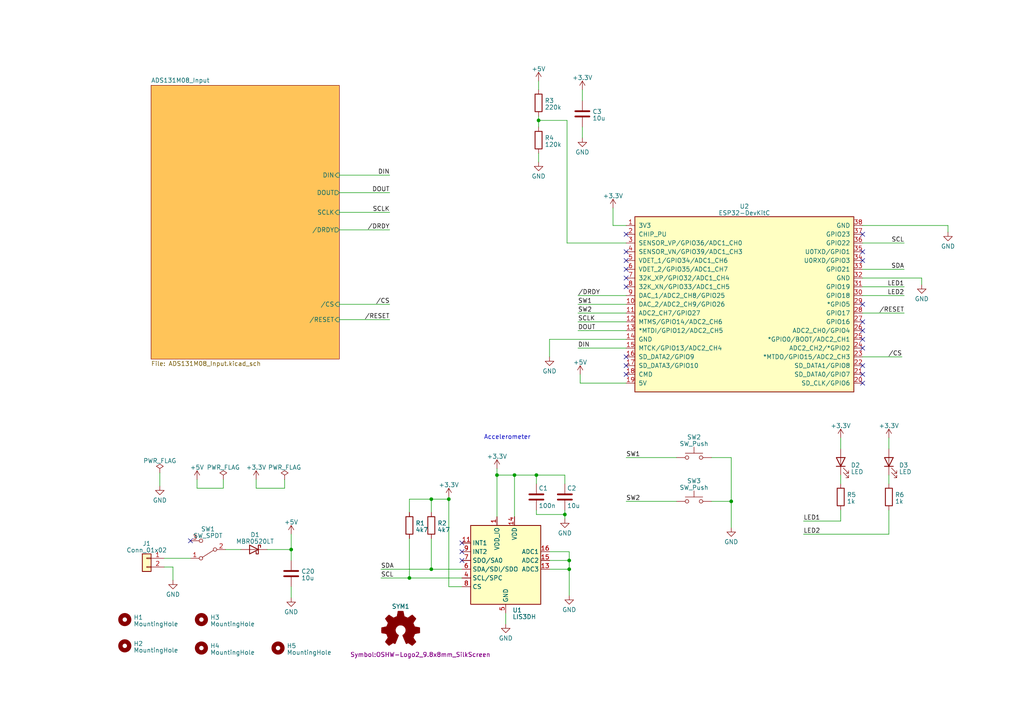
<source format=kicad_sch>
(kicad_sch (version 20230121) (generator eeschema)
  (paper "A4")
  (lib_symbols
    (symbol "Connector_Generic:Conn_01x02" (pin_names (offset 1.016) hide)
      (property "Reference" "J" (at 0 2.54 0))
      (property "Value" "Conn_01x02" (at 0 -5.08 0))
      (symbol "Conn_01x02_1_1"
        (rectangle (start -1.27 -2.413) (end 0 -2.667) (stroke (width 0.1524)))
        (rectangle (start -1.27 0.127) (end 0 -0.127) (stroke (width 0.1524)))
        (rectangle (start -1.27 1.27) (end 1.27 -3.81) (stroke (width 0.254)) (fill (type background)))
        (pin passive line (at -5.08 0 0) (length 3.81) (name "Pin_1") (number "1"))
        (pin passive line (at -5.08 -2.54 0) (length 3.81) (name "Pin_2") (number "2"))
      )
    )
    (symbol "Device:C" (pin_numbers hide) (pin_names (offset 0.254))
      (property "Reference" "C" (at 0.635 2.54 0))
      (property "Value" "C" (at 0.635 -2.54 0))
      (symbol "C_0_1"
        (polyline (pts (xy -2.032 -0.762) (xy 2.032 -0.762)) (stroke (width 0.508)))
        (polyline (pts (xy -2.032 0.762) (xy 2.032 0.762)) (stroke (width 0.508)))
      )
      (symbol "C_1_1"
        (pin passive line (at 0 3.81 270) (length 2.794) (name "~") (number "1"))
        (pin passive line (at 0 -3.81 90) (length 2.794) (name "~") (number "2"))
      )
    )
    (symbol "Device:LED" (pin_numbers hide) (pin_names (offset 1.016) hide)
      (property "Reference" "D" (at 0 2.54 0))
      (property "Value" "LED" (at 0 -2.54 0))
      (symbol "LED_0_1"
        (polyline (pts (xy -1.27 -1.27) (xy -1.27 1.27)) (stroke (width 0.254)))
        (polyline (pts (xy -1.27 0) (xy 1.27 0)))
        (polyline (pts (xy 1.27 -1.27) (xy 1.27 1.27) (xy -1.27 0) (xy 1.27 -1.27)) (stroke (width 0.254)))
        (polyline (pts (xy -3.048 -0.762) (xy -4.572 -2.286) (xy -3.81 -2.286) (xy -4.572 -2.286) (xy -4.572 -1.524)))
        (polyline (pts (xy -1.778 -0.762) (xy -3.302 -2.286) (xy -2.54 -2.286) (xy -3.302 -2.286) (xy -3.302 -1.524)))
      )
      (symbol "LED_1_1"
        (pin passive line (at -3.81 0 0) (length 2.54) (name "K") (number "1"))
        (pin passive line (at 3.81 0 180) (length 2.54) (name "A") (number "2"))
      )
    )
    (symbol "Device:R" (pin_numbers hide) (pin_names (offset 0))
      (property "Reference" "R" (at 2.032 0 90))
      (property "Value" "R" (at 0 0 90))
      (symbol "R_0_1"
        (rectangle (start -1.016 -2.54) (end 1.016 2.54) (stroke (width 0.254)))
      )
      (symbol "R_1_1"
        (pin passive line (at 0 3.81 270) (length 1.27) (name "~") (number "1"))
        (pin passive line (at 0 -3.81 90) (length 1.27) (name "~") (number "2"))
      )
    )
    (symbol "Diode:MBR0520LT" (pin_numbers hide) (pin_names (offset 1.016) hide)
      (property "Reference" "D" (at 0 2.54 0))
      (property "Value" "MBR0520LT" (at 0 -2.54 0))
      (symbol "MBR0520LT_0_1"
        (polyline (pts (xy 1.27 0) (xy -1.27 0)))
        (polyline (pts (xy 1.27 1.27) (xy 1.27 -1.27) (xy -1.27 0) (xy 1.27 1.27)) (stroke (width 0.254)))
        (polyline (pts (xy -1.905 0.635) (xy -1.905 1.27) (xy -1.27 1.27) (xy -1.27 -1.27) (xy -0.635 -1.27) (xy -0.635 -0.635)) (stroke (width 0.254)))
      )
      (symbol "MBR0520LT_1_1"
        (pin passive line (at -3.81 0 0) (length 2.54) (name "K") (number "1"))
        (pin passive line (at 3.81 0 180) (length 2.54) (name "A") (number "2"))
      )
    )
    (symbol "Espressif:ESP32-DevKitC" (pin_names (offset 1.016))
      (property "Reference" "U" (at -30.48 30.48 0))
      (property "Value" "ESP32-DevKitC" (at -30.48 27.94 0))
      (symbol "ESP32-DevKitC_0_0"
        (pin power_in line (at -33.02 -10.16 0) (length 2.54) (name "GND") (number "14"))
        (pin power_in line (at -33.02 -22.86 0) (length 2.54) (name "5V") (number "19"))
      )
      (symbol "ESP32-DevKitC_0_1"
        (rectangle (start -30.48 25.4) (end 33.02 -25.4) (stroke (width 0.254)) (fill (type background)))
      )
      (symbol "ESP32-DevKitC_1_1"
        (pin power_in line (at -33.02 22.86 0) (length 2.54) (name "3V3") (number "1"))
        (pin bidirectional line (at -33.02 0 0) (length 2.54) (name "DAC_2/ADC2_CH9/GPIO26") (number "10"))
        (pin bidirectional line (at -33.02 -2.54 0) (length 2.54) (name "ADC2_CH7/GPIO27") (number "11"))
        (pin bidirectional line (at -33.02 -5.08 0) (length 2.54) (name "MTMS/GPIO14/ADC2_CH6") (number "12"))
        (pin bidirectional line (at -33.02 -7.62 0) (length 2.54) (name "*MTDI/GPIO12/ADC2_CH5") (number "13"))
        (pin bidirectional line (at -33.02 -12.7 0) (length 2.54) (name "MTCK/GPIO13/ADC2_CH4") (number "15"))
        (pin bidirectional line (at -33.02 -15.24 0) (length 2.54) (name "SD_DATA2/GPIO9") (number "16"))
        (pin bidirectional line (at -33.02 -17.78 0) (length 2.54) (name "SD_DATA3/GPIO10") (number "17"))
        (pin bidirectional line (at -33.02 -20.32 0) (length 2.54) (name "CMD") (number "18"))
        (pin input line (at -33.02 20.32 0) (length 2.54) (name "CHIP_PU") (number "2"))
        (pin bidirectional line (at 35.56 -22.86 180) (length 2.54) (name "SD_CLK/GPIO6") (number "20"))
        (pin bidirectional line (at 35.56 -20.32 180) (length 2.54) (name "SD_DATA0/GPIO7") (number "21"))
        (pin bidirectional line (at 35.56 -17.78 180) (length 2.54) (name "SD_DATA1/GPIO8") (number "22"))
        (pin bidirectional line (at 35.56 -15.24 180) (length 2.54) (name "*MTDO/GPIO15/ADC2_CH3") (number "23"))
        (pin bidirectional line (at 35.56 -12.7 180) (length 2.54) (name "ADC2_CH2/*GPIO2") (number "24"))
        (pin bidirectional line (at 35.56 -10.16 180) (length 2.54) (name "*GPIO0/BOOT/ADC2_CH1") (number "25"))
        (pin bidirectional line (at 35.56 -7.62 180) (length 2.54) (name "ADC2_CH0/GPIO4") (number "26"))
        (pin bidirectional line (at 35.56 -5.08 180) (length 2.54) (name "GPIO16") (number "27"))
        (pin bidirectional line (at 35.56 -2.54 180) (length 2.54) (name "GPIO17") (number "28"))
        (pin bidirectional line (at 35.56 0 180) (length 2.54) (name "*GPIO5") (number "29"))
        (pin input line (at -33.02 17.78 0) (length 2.54) (name "SENSOR_VP/GPIO36/ADC1_CH0") (number "3"))
        (pin bidirectional line (at 35.56 2.54 180) (length 2.54) (name "GPIO18") (number "30"))
        (pin bidirectional line (at 35.56 5.08 180) (length 2.54) (name "GPIO19") (number "31"))
        (pin power_in line (at 35.56 7.62 180) (length 2.54) (name "GND") (number "32"))
        (pin bidirectional line (at 35.56 10.16 180) (length 2.54) (name "GPIO21") (number "33"))
        (pin bidirectional line (at 35.56 12.7 180) (length 2.54) (name "U0RXD/GPIO3") (number "34"))
        (pin bidirectional line (at 35.56 15.24 180) (length 2.54) (name "U0TXD/GPIO1") (number "35"))
        (pin bidirectional line (at 35.56 17.78 180) (length 2.54) (name "GPIO22") (number "36"))
        (pin bidirectional line (at 35.56 20.32 180) (length 2.54) (name "GPIO23") (number "37"))
        (pin power_in line (at 35.56 22.86 180) (length 2.54) (name "GND") (number "38"))
        (pin input line (at -33.02 15.24 0) (length 2.54) (name "SENSOR_VN/GPIO39/ADC1_CH3") (number "4"))
        (pin input line (at -33.02 12.7 0) (length 2.54) (name "VDET_1/GPIO34/ADC1_CH6") (number "5"))
        (pin input line (at -33.02 10.16 0) (length 2.54) (name "VDET_2/GPIO35/ADC1_CH7") (number "6"))
        (pin bidirectional line (at -33.02 7.62 0) (length 2.54) (name "32K_XP/GPIO32/ADC1_CH4") (number "7"))
        (pin bidirectional line (at -33.02 5.08 0) (length 2.54) (name "32K_XN/GPIO33/ADC1_CH5") (number "8"))
        (pin bidirectional line (at -33.02 2.54 0) (length 2.54) (name "DAC_1/ADC2_CH8/GPIO25") (number "9"))
      )
    )
    (symbol "Graphic:Logo_Open_Hardware_Small" (in_bom no) (on_board no)
      (symbol "Logo_Open_Hardware_Small_0_1"
        (polyline (pts (xy 3.3528 -4.3434) (xy 3.302 -4.318) (xy 3.175 -4.2418) (xy 2.9972 -4.1148) (xy 2.7686 -3.9624) (xy 2.54 -3.81) (xy 2.3622 -3.7084) (xy 2.2352 -3.6068) (xy 2.1844 -3.5814) (xy 2.159 -3.6068) (xy 2.0574 -3.6576) (xy 1.905 -3.7338) (xy 1.8034 -3.7846) (xy 1.6764 -3.8354) (xy 1.6002 -3.8354) (xy 1.6002 -3.8354) (xy 1.5494 -3.7338) (xy 1.4732 -3.5306) (xy 1.3462 -3.302) (xy 1.2446 -3.0226) (xy 1.1176 -2.7178) (xy 0.9652 -2.413) (xy 0.8636 -2.1082) (xy 0.7366 -1.8288) (xy 0.6604 -1.6256) (xy 0.6096 -1.4732) (xy 0.5842 -1.397) (xy 0.5842 -1.397) (xy 0.6604 -1.3208) (xy 0.7874 -1.2446) (xy 1.0414 -1.016) (xy 1.2954 -0.6858) (xy 1.4478 -0.3302) (xy 1.524 0.0762) (xy 1.4732 0.4572) (xy 1.3208 0.8128) (xy 1.0668 1.143) (xy 0.762 1.3716) (xy 0.4064 1.524) (xy 0 1.5748) (xy -0.381 1.5494) (xy -0.7366 1.397) (xy -1.0668 1.143) (xy -1.2192 0.9906) (xy -1.397 0.6604) (xy -1.524 0.3048) (xy -1.524 0.2286) (xy -1.4986 -0.1778) (xy -1.397 -0.5334) (xy -1.1938 -0.8636) (xy -0.9144 -1.143) (xy -0.8636 -1.1684) (xy -0.7366 -1.27) (xy -0.635 -1.3462) (xy -0.5842 -1.397) (xy -1.0668 -2.5908) (xy -1.143 -2.794) (xy -1.2954 -3.1242) (xy -1.397 -3.4036) (xy -1.4986 -3.6322) (xy -1.5748 -3.7846) (xy -1.6002 -3.8354) (xy -1.6002 -3.8354) (xy -1.651 -3.8354) (xy -1.7272 -3.81) (xy -1.905 -3.7338) (xy -2.0066 -3.683) (xy -2.1336 -3.6068) (xy -2.2098 -3.5814) (xy -2.2606 -3.6068) (xy -2.3622 -3.683) (xy -2.54 -3.81) (xy -2.7686 -3.9624) (xy -2.9718 -4.0894) (xy -3.1496 -4.2164) (xy -3.302 -4.318) (xy -3.3528 -4.3434) (xy -3.3782 -4.3434) (xy -3.429 -4.318) (xy -3.5306 -4.2164) (xy -3.7084 -4.064) (xy -3.937 -3.8354) (xy -3.9624 -3.81) (xy -4.1656 -3.6068) (xy -4.318 -3.4544) (xy -4.4196 -3.3274) (xy -4.445 -3.2766) (xy -4.445 -3.2766) (xy -4.4196 -3.2258) (xy -4.318 -3.0734) (xy -4.2164 -2.8956) (xy -4.064 -2.667) (xy -3.6576 -2.0828) (xy -3.8862 -1.5494) (xy -3.937 -1.3716) (xy -4.0386 -1.1684) (xy -4.0894 -1.0414) (xy -4.1148 -0.9652) (xy -4.191 -0.9398) (xy -4.318 -0.9144) (xy -4.5466 -0.8636) (xy -4.8006 -0.8128) (xy -5.0546 -0.7874) (xy -5.2578 -0.7366) (xy -5.4356 -0.7112) (xy -5.5118 -0.6858) (xy -5.5118 -0.6858) (xy -5.5372 -0.635) (xy -5.5372 -0.5588) (xy -5.5372 -0.4318) (xy -5.5626 -0.2286) (xy -5.5626 0.0762) (xy -5.5626 0.127) (xy -5.5372 0.4064) (xy -5.5372 0.635) (xy -5.5372 0.762) (xy -5.5372 0.8382) (xy -5.5372 0.8382) (xy -5.461 0.8382) (xy -5.3086 0.889) (xy -5.08 0.9144) (xy -4.826 0.9652) (xy -4.8006 0.9906) (xy -4.5466 1.0414) (xy -4.318 1.0668) (xy -4.1656 1.1176) (xy -4.0894 1.143) (xy -4.0894 1.143) (xy -4.0386 1.2446) (xy -3.9624 1.4224) (xy -3.8608 1.6256) (xy -3.7846 1.8288) (xy -3.7084 2.0066) (xy -3.6576 2.159) (xy -3.6322 2.2098) (xy -3.6322 2.2098) (xy -3.683 2.286) (xy -3.7592 2.413) (xy -3.8862 2.5908) (xy -4.064 2.8194) (xy -4.064 2.8448) (xy -4.2164 3.0734) (xy -4.3434 3.2512) (xy -4.4196 3.3782) (xy -4.445 3.4544) (xy -4.445 3.4544) (xy -4.3942 3.5052) (xy -4.2926 3.6322) (xy -4.1148 3.81) (xy -3.937 4.0132) (xy -3.8608 4.064) (xy -3.6576 4.2926) (xy -3.5052 4.4196) (xy -3.4036 4.4958) (xy -3.3528 4.5212) (xy -3.3528 4.5212) (xy -3.302 4.4704) (xy -3.1496 4.3688) (xy -2.9718 4.2418) (xy -2.7432 4.0894) (xy -2.7178 4.0894) (xy -2.4892 3.937) (xy -2.3114 3.81) (xy -2.1844 3.7084) (xy -2.1336 3.683) (xy -2.1082 3.683) (xy -2.032 3.7084) (xy -1.8542 3.7592) (xy -1.6764 3.8354) (xy -1.4732 3.937) (xy -1.27 4.0132) (xy -1.143 4.064) (xy -1.0668 4.1148) (xy -1.0668 4.1148) (xy -1.0414 4.191) (xy -1.016 4.3434) (xy -0.9652 4.572) (xy -0.9144 4.8514) (xy -0.889 4.9022) (xy -0.8382 5.1562) (xy -0.8128 5.3848) (xy -0.7874 5.5372) (xy -0.762 5.588) (xy -0.7112 5.6134) (xy -0.5842 5.6134) (xy -0.4064 5.6134) (xy -0.1524 5.6134) (xy 0.0762 5.6134) (xy 0.3302 5.6134) (xy 0.5334 5.6134) (xy 0.6858 5.588) (xy 0.7366 5.588) (xy 0.7366 5.588) (xy 0.762 5.5118) (xy 0.8128 5.334) (xy 0.8382 5.1054) (xy 0.9144 4.826) (xy 0.9144 4.7752) (xy 0.9652 4.5212) (xy 1.016 4.2926) (xy 1.0414 4.1402) (xy 1.0668 4.0894) (xy 1.0668 4.0894) (xy 1.1938 4.0386) (xy 1.3716 3.9624) (xy 1.5748 3.8608) (xy 2.0828 3.6576) (xy 2.7178 4.0894) (xy 2.7686 4.1402) (xy 2.9972 4.2926) (xy 3.175 4.4196) (xy 3.302 4.4958) (xy 3.3782 4.5212) (xy 3.3782 4.5212) (xy 3.429 4.4704) (xy 3.556 4.3434) (xy 3.7338 4.191) (xy 3.9116 3.9878) (xy 4.064 3.8354) (xy 4.2418 3.6576) (xy 4.3434 3.556) (xy 4.4196 3.4798) (xy 4.4196 3.429) (xy 4.4196 3.4036) (xy 4.3942 3.3274) (xy 4.2926 3.2004) (xy 4.1656 2.9972) (xy 4.0132 2.794) (xy 3.8862 2.5908) (xy 3.7592 2.3876) (xy 3.6576 2.2352) (xy 3.6322 2.159) (xy 3.6322 2.1336) (xy 3.683 2.0066) (xy 3.7592 1.8288) (xy 3.8608 1.6002) (xy 4.064 1.1176) (xy 4.3942 1.0414) (xy 4.5974 1.016) (xy 4.8768 0.9652) (xy 5.1308 0.9144) (xy 5.5372 0.8382) (xy 5.5626 -0.6604) (xy 5.4864 -0.6858) (xy 5.4356 -0.6858) (xy 5.2832 -0.7366) (xy 5.0546 -0.762) (xy 4.8006 -0.8128) (xy 4.5974 -0.8636) (xy 4.3688 -0.9144) (xy 4.2164 -0.9398) (xy 4.1402 -0.9398) (xy 4.1148 -0.9652) (xy 4.064 -1.0668) (xy 3.9878 -1.2446) (xy 3.9116 -1.4478) (xy 3.81 -1.651) (xy 3.7338 -1.8542) (xy 3.683 -2.0066) (xy 3.6576 -2.0828) (xy 3.683 -2.1336) (xy 3.7846 -2.2606) (xy 3.8862 -2.4638) (xy 4.0386 -2.667) (xy 4.191 -2.8956) (xy 4.318 -3.0734) (xy 4.3942 -3.2004) (xy 4.445 -3.2766) (xy 4.4196 -3.3274) (xy 4.3434 -3.429) (xy 4.1656 -3.5814) (xy 3.937 -3.8354) (xy 3.8862 -3.8608) (xy 3.683 -4.064) (xy 3.5306 -4.2164) (xy 3.4036 -4.318) (xy 3.3528 -4.3434)) (fill (type outline)))
      )
    )
    (symbol "Mechanical:MountingHole" (pin_names (offset 1.016))
      (property "Reference" "H" (at 0 5.08 0))
      (property "Value" "MountingHole" (at 0 3.175 0))
      (symbol "MountingHole_0_1"
        (circle (center 0 0) (radius 1.27) (stroke (width 1.27)))
      )
    )
    (symbol "Sensor_Motion:LIS3DH"
      (property "Reference" "U" (at -7.62 11.43 0))
      (property "Value" "LIS3DH" (at 6.35 11.43 0))
      (symbol "LIS3DH_0_1"
        (rectangle (start -10.16 10.16) (end 10.16 -12.7) (stroke (width 0.254)) (fill (type background)))
      )
      (symbol "LIS3DH_1_1"
        (pin power_in line (at -2.54 12.7 270) (length 2.54) (name "VDD_IO") (number "1"))
        (pin passive line (at 0 -15.24 90) (length 2.54) hide (name "GND") (number "10"))
        (pin output line (at -12.7 5.08 0) (length 2.54) (name "INT1") (number "11"))
        (pin passive line (at 0 -15.24 90) (length 2.54) hide (name "GND") (number "12"))
        (pin input line (at 12.7 -2.54 180) (length 2.54) (name "ADC3") (number "13"))
        (pin power_in line (at 2.54 12.7 270) (length 2.54) (name "VDD") (number "14"))
        (pin input line (at 12.7 0 180) (length 2.54) (name "ADC2") (number "15"))
        (pin input line (at 12.7 2.54 180) (length 2.54) (name "ADC1") (number "16"))
        (pin no_connect line (at 10.16 5.08 180) (length 2.54) hide (name "NC") (number "2"))
        (pin no_connect line (at 10.16 7.62 180) (length 2.54) hide (name "NC") (number "3"))
        (pin input line (at -12.7 -5.08 0) (length 2.54) (name "SCL/SPC") (number "4"))
        (pin power_in line (at 0 -15.24 90) (length 2.54) (name "GND") (number "5"))
        (pin bidirectional line (at -12.7 -2.54 0) (length 2.54) (name "SDA/SDI/SDO") (number "6"))
        (pin bidirectional line (at -12.7 0 0) (length 2.54) (name "SDO/SA0") (number "7"))
        (pin input line (at -12.7 -7.62 0) (length 2.54) (name "CS") (number "8"))
        (pin output line (at -12.7 2.54 0) (length 2.54) (name "INT2") (number "9"))
      )
    )
    (symbol "Switch:SW_Push" (pin_numbers hide) (pin_names (offset 1.016) hide)
      (property "Reference" "SW" (at 1.27 2.54 0))
      (property "Value" "SW_Push" (at 0 -1.524 0))
      (symbol "SW_Push_0_1"
        (circle (center -2.032 0) (radius 0.508))
        (polyline (pts (xy 0 1.27) (xy 0 3.048)))
        (polyline (pts (xy 2.54 1.27) (xy -2.54 1.27)))
        (circle (center 2.032 0) (radius 0.508))
        (pin passive line (at -5.08 0 0) (length 2.54) (name "1") (number "1"))
        (pin passive line (at 5.08 0 180) (length 2.54) (name "2") (number "2"))
      )
    )
    (symbol "Switch:SW_SPDT" (pin_names (offset 0) hide)
      (property "Reference" "SW" (at 0 4.318 0))
      (property "Value" "SW_SPDT" (at 0 -5.08 0))
      (symbol "SW_SPDT_0_0"
        (circle (center -2.032 0) (radius 0.508))
        (circle (center 2.032 -2.54) (radius 0.508))
      )
      (symbol "SW_SPDT_0_1"
        (polyline (pts (xy -1.524 0.254) (xy 1.651 2.286)))
        (circle (center 2.032 2.54) (radius 0.508))
      )
      (symbol "SW_SPDT_1_1"
        (pin passive line (at 5.08 2.54 180) (length 2.54) (name "A") (number "1"))
        (pin passive line (at -5.08 0 0) (length 2.54) (name "B") (number "2"))
        (pin passive line (at 5.08 -2.54 180) (length 2.54) (name "C") (number "3"))
      )
    )
    (symbol "power:+3.3V" (power) (pin_names (offset 0))
      (property "Value" "+3.3V" (at 0 3.556 0))
      (symbol "+3.3V_0_1"
        (polyline (pts (xy -0.762 1.27) (xy 0 2.54)))
        (polyline (pts (xy 0 0) (xy 0 2.54)))
        (polyline (pts (xy 0 2.54) (xy 0.762 1.27)))
      )
      (symbol "+3.3V_1_1"
        (pin power_in line (at 0 0 90) (length 0) hide (name "+3.3V") (number "1"))
      )
    )
    (symbol "power:+5V" (power) (pin_names (offset 0))
      (property "Value" "+5V" (at 0 3.556 0))
      (symbol "+5V_0_1"
        (polyline (pts (xy -0.762 1.27) (xy 0 2.54)))
        (polyline (pts (xy 0 0) (xy 0 2.54)))
        (polyline (pts (xy 0 2.54) (xy 0.762 1.27)))
      )
      (symbol "+5V_1_1"
        (pin power_in line (at 0 0 90) (length 0) hide (name "+5V") (number "1"))
      )
    )
    (symbol "power:GND" (power) (pin_names (offset 0))
      (property "Value" "GND" (at 0 -3.81 0))
      (symbol "GND_0_1"
        (polyline (pts (xy 0 0) (xy 0 -1.27) (xy 1.27 -1.27) (xy 0 -2.54) (xy -1.27 -1.27) (xy 0 -1.27)))
      )
      (symbol "GND_1_1"
        (pin power_in line (at 0 0 270) (length 0) hide (name "GND") (number "1"))
      )
    )
    (symbol "power:PWR_FLAG" (power) (pin_numbers hide) (pin_names (offset 0) hide)
      (property "Value" "PWR_FLAG" (at 0 3.81 0))
      (symbol "PWR_FLAG_0_0"
        (pin power_out line (at 0 0 90) (length 0) (name "pwr") (number "1"))
      )
      (symbol "PWR_FLAG_0_1"
        (polyline (pts (xy 0 0) (xy 0 1.27) (xy -1.016 1.905) (xy 0 2.54) (xy 1.016 1.905) (xy 0 1.27)))
      )
    )
  )
  (junction (at 212.09 145.415))
  (junction (at 163.83 149.225))
  (junction (at 165.1 162.56))
  (junction (at 165.1 165.1))
  (junction (at 125.095 165.1))
  (junction (at 118.745 167.64))
  (junction (at 84.455 159.385))
  (junction (at 155.575 137.795))
  (junction (at 156.21 34.925))
  (junction (at 149.225 137.795))
  (junction (at 144.145 137.795))
  (junction (at 130.175 144.78))
  (junction (at 125.095 144.78))
  (no_connect (at 250.19 95.885))
  (no_connect (at 181.61 103.505))
  (no_connect (at 181.61 67.945))
  (no_connect (at 250.19 100.965))
  (no_connect (at 250.19 98.425))
  (no_connect (at 250.19 88.265))
  (no_connect (at 181.61 73.025))
  (no_connect (at 133.985 160.02))
  (no_connect (at 181.61 80.645))
  (no_connect (at 133.985 162.56))
  (no_connect (at 181.61 83.185))
  (no_connect (at 250.19 108.585))
  (no_connect (at 181.61 108.585))
  (no_connect (at 133.985 157.48))
  (no_connect (at 250.19 75.565))
  (no_connect (at 181.61 78.105))
  (no_connect (at 55.245 156.845))
  (no_connect (at 250.19 73.025))
  (no_connect (at 250.19 67.945))
  (no_connect (at 181.61 106.045))
  (no_connect (at 250.19 106.045))
  (no_connect (at 250.19 111.125))
  (no_connect (at 181.61 75.565))
  (no_connect (at 250.19 93.345))
  (wire (pts (xy 243.84 137.795) (xy 243.84 140.335)))
  (wire (pts (xy 130.175 170.18) (xy 133.985 170.18)))
  (wire (pts (xy 155.575 147.955) (xy 155.575 149.225)))
  (wire (pts (xy 98.425 50.8) (xy 113.03 50.8)))
  (wire (pts (xy 167.64 93.345) (xy 181.61 93.345)))
  (wire (pts (xy 110.49 167.64) (xy 118.745 167.64)))
  (wire (pts (xy 165.1 162.56) (xy 165.1 165.1)))
  (wire (pts (xy 77.47 159.385) (xy 84.455 159.385)))
  (wire (pts (xy 50.165 164.465) (xy 50.165 168.275)))
  (wire (pts (xy 243.84 127) (xy 243.84 130.175)))
  (wire (pts (xy 181.61 65.405) (xy 177.8 65.405)))
  (wire (pts (xy 149.225 137.795) (xy 155.575 137.795)))
  (wire (pts (xy 165.1 165.1) (xy 165.1 172.72)))
  (wire (pts (xy 257.81 137.795) (xy 257.81 140.335)))
  (wire (pts (xy 159.385 160.02) (xy 165.1 160.02)))
  (wire (pts (xy 212.09 145.415) (xy 212.09 153.035)))
  (wire (pts (xy 146.685 177.8) (xy 146.685 180.975)))
  (wire (pts (xy 250.19 85.725) (xy 262.255 85.725)))
  (wire (pts (xy 181.61 98.425) (xy 159.385 98.425)))
  (wire (pts (xy 159.385 165.1) (xy 165.1 165.1)))
  (wire (pts (xy 47.625 164.465) (xy 50.165 164.465)))
  (wire (pts (xy 168.275 111.125) (xy 181.61 111.125)))
  (wire (pts (xy 165.1 160.02) (xy 165.1 162.56)))
  (wire (pts (xy 167.64 88.265) (xy 181.61 88.265)))
  (wire (pts (xy 125.095 165.1) (xy 125.095 156.21)))
  (wire (pts (xy 156.21 44.45) (xy 156.21 46.99)))
  (wire (pts (xy 47.625 161.925) (xy 55.245 161.925)))
  (wire (pts (xy 156.21 33.655) (xy 156.21 34.925)))
  (wire (pts (xy 110.49 165.1) (xy 125.095 165.1)))
  (wire (pts (xy 118.745 167.64) (xy 118.745 156.21)))
  (wire (pts (xy 64.77 141.605) (xy 64.77 139.065)))
  (wire (pts (xy 250.19 80.645) (xy 267.335 80.645)))
  (wire (pts (xy 155.575 140.335) (xy 155.575 137.795)))
  (wire (pts (xy 177.8 65.405) (xy 177.8 60.325)))
  (wire (pts (xy 130.175 144.78) (xy 125.095 144.78)))
  (wire (pts (xy 144.145 137.795) (xy 144.145 149.86)))
  (wire (pts (xy 257.81 147.955) (xy 257.81 154.94)))
  (wire (pts (xy 163.83 149.225) (xy 163.83 147.955)))
  (wire (pts (xy 118.745 144.78) (xy 118.745 148.59)))
  (wire (pts (xy 250.19 65.405) (xy 274.955 65.405)))
  (wire (pts (xy 233.045 151.13) (xy 243.84 151.13)))
  (wire (pts (xy 181.61 132.715) (xy 196.215 132.715)))
  (wire (pts (xy 206.375 132.715) (xy 212.09 132.715)))
  (wire (pts (xy 257.81 127) (xy 257.81 130.175)))
  (wire (pts (xy 168.91 26.035) (xy 168.91 29.21)))
  (wire (pts (xy 250.19 83.185) (xy 262.255 83.185)))
  (wire (pts (xy 98.425 61.595) (xy 113.03 61.595)))
  (wire (pts (xy 274.955 65.405) (xy 274.955 67.31)))
  (wire (pts (xy 144.145 137.795) (xy 149.225 137.795)))
  (wire (pts (xy 168.91 36.83) (xy 168.91 40.005)))
  (wire (pts (xy 167.64 100.965) (xy 181.61 100.965)))
  (wire (pts (xy 133.985 167.64) (xy 118.745 167.64)))
  (wire (pts (xy 163.83 140.335) (xy 163.83 137.795)))
  (wire (pts (xy 125.095 144.78) (xy 125.095 148.59)))
  (wire (pts (xy 98.425 92.71) (xy 113.03 92.71)))
  (wire (pts (xy 181.61 145.415) (xy 196.215 145.415)))
  (wire (pts (xy 250.19 90.805) (xy 262.255 90.805)))
  (wire (pts (xy 267.335 80.645) (xy 267.335 82.55)))
  (wire (pts (xy 84.455 159.385) (xy 84.455 162.56)))
  (wire (pts (xy 149.225 137.795) (xy 149.225 149.86)))
  (wire (pts (xy 144.145 135.89) (xy 144.145 137.795)))
  (wire (pts (xy 243.84 147.955) (xy 243.84 151.13)))
  (wire (pts (xy 84.455 159.385) (xy 84.455 154.94)))
  (wire (pts (xy 98.425 55.88) (xy 113.03 55.88)))
  (wire (pts (xy 181.61 85.725) (xy 167.64 85.725)))
  (wire (pts (xy 167.64 95.885) (xy 181.61 95.885)))
  (wire (pts (xy 164.465 70.485) (xy 181.61 70.485)))
  (wire (pts (xy 57.15 139.065) (xy 57.15 141.605)))
  (wire (pts (xy 74.295 141.605) (xy 82.55 141.605)))
  (wire (pts (xy 156.21 34.925) (xy 164.465 34.925)))
  (wire (pts (xy 164.465 34.925) (xy 164.465 70.485)))
  (wire (pts (xy 250.19 70.485) (xy 262.255 70.485)))
  (wire (pts (xy 74.295 139.065) (xy 74.295 141.605)))
  (wire (pts (xy 65.405 159.385) (xy 69.85 159.385)))
  (wire (pts (xy 133.985 165.1) (xy 125.095 165.1)))
  (wire (pts (xy 82.55 141.605) (xy 82.55 139.065)))
  (wire (pts (xy 155.575 137.795) (xy 163.83 137.795)))
  (wire (pts (xy 130.175 144.145) (xy 130.175 144.78)))
  (wire (pts (xy 155.575 149.225) (xy 163.83 149.225)))
  (wire (pts (xy 250.19 103.505) (xy 261.62 103.505)))
  (wire (pts (xy 212.09 132.715) (xy 212.09 145.415)))
  (wire (pts (xy 233.045 154.94) (xy 257.81 154.94)))
  (wire (pts (xy 98.425 88.265) (xy 113.03 88.265)))
  (wire (pts (xy 125.095 144.78) (xy 118.745 144.78)))
  (wire (pts (xy 159.385 98.425) (xy 159.385 103.505)))
  (wire (pts (xy 84.455 170.18) (xy 84.455 173.355)))
  (wire (pts (xy 168.275 108.585) (xy 168.275 111.125)))
  (wire (pts (xy 57.15 141.605) (xy 64.77 141.605)))
  (wire (pts (xy 98.425 66.675) (xy 113.03 66.675)))
  (wire (pts (xy 206.375 145.415) (xy 212.09 145.415)))
  (wire (pts (xy 167.64 90.805) (xy 181.61 90.805)))
  (wire (pts (xy 130.175 144.78) (xy 130.175 170.18)))
  (wire (pts (xy 250.19 78.105) (xy 262.255 78.105)))
  (wire (pts (xy 156.21 34.925) (xy 156.21 36.83)))
  (wire (pts (xy 159.385 162.56) (xy 165.1 162.56)))
  (wire (pts (xy 46.355 137.16) (xy 46.355 140.97)))
  (wire (pts (xy 163.83 149.225) (xy 163.83 150.495)))
  (wire (pts (xy 156.21 23.495) (xy 156.21 26.035)))
  (text "Accelerometer" (at 140.335 127.635 0) (effects (font (size 1.27 1.27)) (justify left bottom)))
  (label "SDA" (at 262.255 78.105 180))
  (label "SCL" (at 262.255 70.485 180))
  (label "SW2" (at 181.61 145.415 0))
  (label "{slash}RESET" (at 262.255 90.805 180))
  (label "{slash}DRDY" (at 113.03 66.675 180))
  (label "SW2" (at 167.64 90.805 0))
  (label "SDA" (at 110.49 165.1 0))
  (label "DIN" (at 113.03 50.8 180))
  (label "SCL" (at 110.49 167.64 0))
  (label "LED2" (at 262.255 85.725 180))
  (label "SCLK" (at 167.64 93.345 0))
  (label "{slash}DRDY" (at 167.64 85.725 0))
  (label "LED1" (at 262.255 83.185 180))
  (label "SCLK" (at 113.03 61.595 180))
  (label "{slash}RESET" (at 113.03 92.71 180))
  (label "SW1" (at 167.64 88.265 0))
  (label "{slash}CS" (at 113.03 88.265 180))
  (label "DIN" (at 167.64 100.965 0))
  (label "DOUT" (at 113.03 55.88 180))
  (label "{slash}CS" (at 261.62 103.505 180))
  (label "LED1" (at 233.045 151.13 0))
  (label "LED2" (at 233.045 154.94 0))
  (label "DOUT" (at 167.64 95.885 0))
  (label "SW1" (at 181.61 132.715 0))
  (symbol (lib_id "power:PWR_FLAG") (at 64.77 139.065 0) (unit 1)
    (property "Reference" "#FLG02" (effects hide))
    (property "Value" "PWR_FLAG" (at 64.77 135.5631 0))
  )
  (symbol (lib_id "Switch:SW_SPDT") (at 60.325 159.385 180) (unit 1)
    (property "Reference" "SW1" (at 60.325 153.4541 0))
    (property "Value" "SW_SPDT" (at 60.325 155.3751 0))
    (property "Footprint" "Button_Switch_SMD:SW_SPDT_CK-JS102011SAQN" (effects hide))
  )
  (symbol (lib_id "Sensor_Motion:LIS3DH") (at 146.685 162.56 0) (unit 1)
    (property "Reference" "U1" (at 148.6409 176.9825 0) (effects (justify left)))
    (property "Value" "LIS3DH" (at 148.6409 178.9035 0) (effects (justify left)))
    (property "Footprint" "Package_LGA:LGA-16_3x3mm_P0.5mm_LayoutBorder3x5y" (effects hide))
    (property "Datasheet" "https://www.st.com/resource/en/datasheet/cd00274221.pdf" (effects hide))
  )
  (symbol (lib_id "Device:LED") (at 257.81 133.985 90) (unit 1)
    (property "Reference" "D3" (at 260.731 134.9288 90) (effects (justify right)))
    (property "Value" "LED" (at 260.731 136.8498 90) (effects (justify right)))
    (property "Footprint" "LED_SMD:LED_0603_1608Metric" (effects hide))
  )
  (symbol (lib_id "Device:C") (at 155.575 144.145 0) (unit 1)
    (property "Reference" "C1" (at 156.21 141.605 0) (effects (justify left)))
    (property "Value" "100n" (at 156.21 146.685 0) (effects (justify left)))
    (property "Footprint" "Capacitor_SMD:C_0603_1608Metric" (effects hide))
  )
  (symbol (lib_id "Mechanical:MountingHole") (at 80.645 187.96 0) (unit 1)
    (property "Reference" "H5" (at 83.185 187.3163 0) (effects (justify left)))
    (property "Value" "MountingHole" (at 83.185 189.2373 0) (effects (justify left)))
    (property "Footprint" "MountingHole:MountingHole_2.2mm_M2" (effects hide))
  )
  (symbol (lib_id "Device:C") (at 84.455 166.37 0) (unit 1)
    (property "Reference" "C20" (at 87.376 165.7263 0) (effects (justify left)))
    (property "Value" "10u" (at 87.376 167.6473 0) (effects (justify left)))
    (property "Footprint" "Capacitor_SMD:C_0805_2012Metric" (effects hide))
  )
  (symbol (lib_id "power:GND") (at 84.455 173.355 0) (unit 1)
    (property "Reference" "#PWR047" (effects hide))
    (property "Value" "GND" (at 84.455 177.4905 0))
  )
  (symbol (lib_id "power:+3.3V") (at 144.145 135.89 0) (unit 1)
    (property "Reference" "#PWR07" (effects hide))
    (property "Value" "+3.3V" (at 144.145 132.3881 0))
  )
  (symbol (lib_id "Device:R") (at 257.81 144.145 0) (unit 1)
    (property "Reference" "R6" (at 259.588 143.5013 0) (effects (justify left)))
    (property "Value" "1k" (at 259.588 145.4223 0) (effects (justify left)))
    (property "Footprint" "Resistor_SMD:R_0603_1608Metric" (effects hide))
  )
  (symbol (lib_id "power:GND") (at 46.355 140.97 0) (unit 1)
    (property "Reference" "#PWR01" (effects hide))
    (property "Value" "GND" (at 46.355 145.1055 0))
  )
  (symbol (lib_id "Device:R") (at 118.745 152.4 0) (unit 1)
    (property "Reference" "R1" (at 120.523 151.7563 0) (effects (justify left)))
    (property "Value" "4k7" (at 120.523 153.6773 0) (effects (justify left)))
    (property "Footprint" "Resistor_SMD:R_0603_1608Metric" (effects hide))
  )
  (symbol (lib_id "Espressif:ESP32-DevKitC") (at 214.63 88.265 0) (unit 1)
    (property "Reference" "U2" (at 215.9 59.8551 0))
    (property "Value" "ESP32-DevKitC" (at 215.9 61.7761 0))
    (property "Footprint" "Espressif:ESP32-DevKitC" (effects hide))
    (property "Datasheet" "https://docs.espressif.com/projects/esp-idf/zh_CN/latest/esp32/hw-reference/esp32/get-started-devkitc.html" (effects hide))
  )
  (symbol (lib_id "power:PWR_FLAG") (at 82.55 139.065 0) (unit 1)
    (property "Reference" "#FLG03" (effects hide))
    (property "Value" "PWR_FLAG" (at 82.55 135.5631 0))
  )
  (symbol (lib_id "Mechanical:MountingHole") (at 58.42 179.705 0) (unit 1)
    (property "Reference" "H3" (at 60.96 179.0613 0) (effects (justify left)))
    (property "Value" "MountingHole" (at 60.96 180.9823 0) (effects (justify left)))
    (property "Footprint" "MountingHole:MountingHole_2.2mm_M2" (effects hide))
  )
  (symbol (lib_id "Device:R") (at 156.21 29.845 0) (unit 1)
    (property "Reference" "R3" (at 157.988 29.2013 0) (effects (justify left)))
    (property "Value" "220k" (at 157.988 31.1223 0) (effects (justify left)))
    (property "Footprint" "Resistor_SMD:R_0603_1608Metric" (effects hide))
  )
  (symbol (lib_id "power:GND") (at 168.91 40.005 0) (unit 1)
    (property "Reference" "#PWR016" (effects hide))
    (property "Value" "GND" (at 168.91 44.1405 0))
  )
  (symbol (lib_id "power:+5V") (at 57.15 139.065 0) (unit 1)
    (property "Reference" "#PWR03" (effects hide))
    (property "Value" "+5V" (at 57.15 135.5631 0))
  )
  (symbol (lib_id "power:+3.3V") (at 257.81 127 0) (unit 1)
    (property "Reference" "#PWR020" (effects hide))
    (property "Value" "+3.3V" (at 257.81 123.4981 0))
  )
  (symbol (lib_id "power:+3.3V") (at 177.8 60.325 0) (unit 1)
    (property "Reference" "#PWR017" (effects hide))
    (property "Value" "+3.3V" (at 177.8 56.8231 0))
  )
  (symbol (lib_id "power:GND") (at 156.21 46.99 0) (unit 1)
    (property "Reference" "#PWR010" (effects hide))
    (property "Value" "GND" (at 156.21 51.1255 0))
  )
  (symbol (lib_id "Connector_Generic:Conn_01x02") (at 42.545 161.925 0) (mirror y) (unit 1)
    (property "Reference" "J1" (at 42.545 157.6451 0))
    (property "Value" "Conn_01x02" (at 42.545 159.5661 0))
    (property "Footprint" "Connector_JST:JST_PH_S2B-PH-SM4-TB_1x02-1MP_P2.00mm_Horizontal" (effects hide))
  )
  (symbol (lib_id "Switch:SW_Push") (at 201.295 132.715 0) (unit 1)
    (property "Reference" "SW2" (at 201.295 126.7841 0))
    (property "Value" "SW_Push" (at 201.295 128.7051 0))
    (property "Footprint" "Button_Switch_SMD:SW_SPST_EVQP0" (effects hide))
  )
  (symbol (lib_id "Mechanical:MountingHole") (at 36.195 179.705 0) (unit 1)
    (property "Reference" "H1" (at 38.735 179.0613 0) (effects (justify left)))
    (property "Value" "MountingHole" (at 38.735 180.9823 0) (effects (justify left)))
    (property "Footprint" "MountingHole:MountingHole_2.2mm_M2" (effects hide))
  )
  (symbol (lib_id "power:+3.3V") (at 168.91 26.035 0) (unit 1)
    (property "Reference" "#PWR015" (effects hide))
    (property "Value" "+3.3V" (at 168.91 22.5331 0))
  )
  (symbol (lib_id "Diode:MBR0520LT") (at 73.66 159.385 0) (mirror y) (unit 1)
    (property "Reference" "D1" (at 73.9775 155.1051 0))
    (property "Value" "MBR0520LT" (at 73.9775 157.0261 0))
    (property "Footprint" "Diode_SMD:D_SOD-123" (effects hide))
    (property "Datasheet" "http://www.onsemi.com/pub_link/Collateral/MBR0520LT1-D.PDF" (effects hide))
  )
  (symbol (lib_id "power:+5V") (at 84.455 154.94 0) (unit 1)
    (property "Reference" "#PWR05" (effects hide))
    (property "Value" "+5V" (at 84.455 151.4381 0))
  )
  (symbol (lib_id "Graphic:Logo_Open_Hardware_Small") (at 116.205 182.88 0) (unit 1) (in_bom no)
    (property "Reference" "SYM1" (at 116.205 175.895 0))
    (property "Value" "Logo_Open_Hardware_Small" (effects hide))
    (property "Footprint" "Symbol:OSHW-Logo2_9.8x8mm_SilkScreen" (at 121.92 189.865 0))
    (property "Sim.Enable" "0" (effects hide))
  )
  (symbol (lib_id "Device:LED") (at 243.84 133.985 90) (unit 1)
    (property "Reference" "D2" (at 246.761 134.9288 90) (effects (justify right)))
    (property "Value" "LED" (at 246.761 136.8498 90) (effects (justify right)))
    (property "Footprint" "LED_SMD:LED_0603_1608Metric" (effects hide))
  )
  (symbol (lib_id "power:GND") (at 50.165 168.275 0) (unit 1)
    (property "Reference" "#PWR02" (effects hide))
    (property "Value" "GND" (at 50.165 172.4105 0))
  )
  (symbol (lib_id "Device:R") (at 156.21 40.64 0) (unit 1)
    (property "Reference" "R4" (at 157.988 39.9963 0) (effects (justify left)))
    (property "Value" "120k" (at 157.988 41.9173 0) (effects (justify left)))
    (property "Footprint" "Resistor_SMD:R_0603_1608Metric" (effects hide))
  )
  (symbol (lib_id "Device:R") (at 243.84 144.145 0) (unit 1)
    (property "Reference" "R5" (at 245.618 143.5013 0) (effects (justify left)))
    (property "Value" "1k" (at 245.618 145.4223 0) (effects (justify left)))
    (property "Footprint" "Resistor_SMD:R_0603_1608Metric" (effects hide))
  )
  (symbol (lib_id "power:+5V") (at 168.275 108.585 0) (unit 1)
    (property "Reference" "#PWR014" (effects hide))
    (property "Value" "+5V" (at 168.275 105.0831 0))
  )
  (symbol (lib_id "power:+3.3V") (at 130.175 144.145 0) (unit 1)
    (property "Reference" "#PWR06" (effects hide))
    (property "Value" "+3.3V" (at 130.175 140.6431 0))
  )
  (symbol (lib_id "Device:C") (at 163.83 144.145 0) (unit 1)
    (property "Reference" "C2" (at 164.465 141.605 0) (effects (justify left)))
    (property "Value" "10u" (at 164.465 146.685 0) (effects (justify left)))
    (property "Footprint" "Capacitor_SMD:C_0805_2012Metric" (effects hide))
  )
  (symbol (lib_id "power:+3.3V") (at 74.295 139.065 0) (unit 1)
    (property "Reference" "#PWR04" (effects hide))
    (property "Value" "+3.3V" (at 74.295 135.5631 0))
  )
  (symbol (lib_id "power:PWR_FLAG") (at 46.355 137.16 0) (unit 1)
    (property "Reference" "#FLG01" (effects hide))
    (property "Value" "PWR_FLAG" (at 46.355 133.6581 0))
  )
  (symbol (lib_id "power:+3.3V") (at 243.84 127 0) (unit 1)
    (property "Reference" "#PWR019" (effects hide))
    (property "Value" "+3.3V" (at 243.84 123.4981 0))
  )
  (symbol (lib_id "Device:C") (at 168.91 33.02 0) (unit 1)
    (property "Reference" "C3" (at 171.831 32.3763 0) (effects (justify left)))
    (property "Value" "10u" (at 171.831 34.2973 0) (effects (justify left)))
    (property "Footprint" "Capacitor_SMD:C_0805_2012Metric" (effects hide))
  )
  (symbol (lib_id "power:GND") (at 146.685 180.975 0) (unit 1)
    (property "Reference" "#PWR08" (effects hide))
    (property "Value" "GND" (at 146.685 185.1105 0))
  )
  (symbol (lib_id "power:GND") (at 159.385 103.505 0) (unit 1)
    (property "Reference" "#PWR011" (effects hide))
    (property "Value" "GND" (at 159.385 107.6405 0))
  )
  (symbol (lib_id "power:+5V") (at 156.21 23.495 0) (unit 1)
    (property "Reference" "#PWR09" (effects hide))
    (property "Value" "+5V" (at 156.21 19.9931 0))
  )
  (symbol (lib_id "power:GND") (at 163.83 150.495 0) (unit 1)
    (property "Reference" "#PWR012" (effects hide))
    (property "Value" "GND" (at 163.83 154.6305 0))
  )
  (symbol (lib_id "Mechanical:MountingHole") (at 58.42 187.96 0) (unit 1)
    (property "Reference" "H4" (at 60.96 187.3163 0) (effects (justify left)))
    (property "Value" "MountingHole" (at 60.96 189.2373 0) (effects (justify left)))
    (property "Footprint" "MountingHole:MountingHole_2.2mm_M2" (effects hide))
  )
  (symbol (lib_id "power:GND") (at 165.1 172.72 0) (unit 1)
    (property "Reference" "#PWR013" (effects hide))
    (property "Value" "GND" (at 165.1 176.8555 0))
  )
  (symbol (lib_id "Device:R") (at 125.095 152.4 0) (unit 1)
    (property "Reference" "R2" (at 126.873 151.7563 0) (effects (justify left)))
    (property "Value" "4k7" (at 126.873 153.6773 0) (effects (justify left)))
    (property "Footprint" "Resistor_SMD:R_0603_1608Metric" (effects hide))
  )
  (symbol (lib_id "power:GND") (at 267.335 82.55 0) (unit 1)
    (property "Reference" "#PWR021" (effects hide))
    (property "Value" "GND" (at 267.335 86.6855 0))
  )
  (symbol (lib_id "power:GND") (at 274.955 67.31 0) (unit 1)
    (property "Reference" "#PWR022" (effects hide))
    (property "Value" "GND" (at 274.955 71.4455 0))
  )
  (symbol (lib_id "Mechanical:MountingHole") (at 36.195 187.325 0) (unit 1)
    (property "Reference" "H2" (at 38.735 186.6813 0) (effects (justify left)))
    (property "Value" "MountingHole" (at 38.735 188.6023 0) (effects (justify left)))
    (property "Footprint" "MountingHole:MountingHole_2.2mm_M2" (effects hide))
  )
  (symbol (lib_id "Switch:SW_Push") (at 201.295 145.415 0) (unit 1)
    (property "Reference" "SW3" (at 201.295 139.4841 0))
    (property "Value" "SW_Push" (at 201.295 141.4051 0))
    (property "Footprint" "Button_Switch_SMD:SW_SPST_EVQP0" (effects hide))
  )
  (symbol (lib_id "power:GND") (at 212.09 153.035 0) (unit 1)
    (property "Reference" "#PWR018" (effects hide))
    (property "Value" "GND" (at 212.09 157.1705 0))
  )
  (sheet (at 43.815 24.765) (size 54.61 79.375) (stroke (width 0.1524)) (fill (color 255 196 89 1.0000))
    (property "Sheetname" "ADS131M08_Input" (at 43.815 24.0534 0) (effects (justify left bottom)))
    (property "Sheetfile" "ADS131M08_Input.kicad_sch" (at 43.815 104.7246 0) (effects (justify left top)))
    (pin "{slash}RESET" input (at 98.425 92.71 0))
    (pin "{slash}CS" input (at 98.425 88.265 0))
    (pin "DIN" input (at 98.425 50.8 0))
    (pin "DOUT" output (at 98.425 55.88 0))
    (pin "SCLK" input (at 98.425 61.595 0))
    (pin "{slash}DRDY" output (at 98.425 66.675 0))
  )
)
</source>
